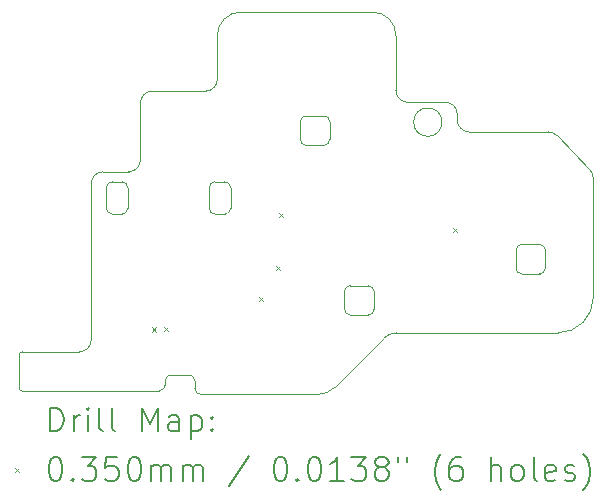
<source format=gbr>
%TF.GenerationSoftware,KiCad,Pcbnew,8.0.2*%
%TF.CreationDate,2024-08-31T13:36:34-07:00*%
%TF.ProjectId,GCU-ADU,4743552d-4144-4552-9e6b-696361645f70,rev?*%
%TF.SameCoordinates,Original*%
%TF.FileFunction,Drillmap*%
%TF.FilePolarity,Positive*%
%FSLAX45Y45*%
G04 Gerber Fmt 4.5, Leading zero omitted, Abs format (unit mm)*
G04 Created by KiCad (PCBNEW 8.0.2) date 2024-08-31 13:36:34*
%MOMM*%
%LPD*%
G01*
G04 APERTURE LIST*
%ADD10C,0.010000*%
%ADD11C,0.200000*%
%ADD12C,0.100000*%
G04 APERTURE END LIST*
D10*
X9207448Y-6553002D02*
X9207447Y-6553002D01*
X8337448Y-6553002D02*
X8337446Y-6553002D01*
X10402500Y-7207602D02*
X10402500Y-7207600D01*
X9978289Y-5970422D02*
X9978287Y-5970422D01*
X9084866Y-8078572D02*
X9084865Y-8078572D01*
X10792660Y-7608150D02*
X10792660Y-7608150D01*
X11177500Y-5823600D02*
G75*
G02*
X10937500Y-5823600I-120000J0D01*
G01*
X10937500Y-5823600D02*
G75*
G02*
X11177500Y-5823600I120000J0D01*
G01*
X9387447Y-6553002D02*
G75*
G02*
X9336740Y-6603004I-50017J10D01*
G01*
X9387447Y-6378363D02*
X9387447Y-6553002D01*
X9337450Y-6328004D02*
G75*
G02*
X9387447Y-6378363I0J-49998D01*
G01*
X9257447Y-6328004D02*
X9337450Y-6328004D01*
X9207447Y-6378002D02*
G75*
G02*
X9257447Y-6328009I49993J0D01*
G01*
X9207447Y-6553002D02*
X9207447Y-6378002D01*
X9257450Y-6603004D02*
G75*
G02*
X9207448Y-6553002I0J50002D01*
G01*
X9336740Y-6603004D02*
X9257450Y-6603004D01*
X8337446Y-6378002D02*
G75*
G02*
X8387446Y-6328009I49993J0D01*
G01*
X8337446Y-6553002D02*
X8337446Y-6378002D01*
X8387450Y-6603004D02*
G75*
G02*
X8337448Y-6553002I0J50002D01*
G01*
X8466740Y-6603004D02*
X8387450Y-6603004D01*
X8517447Y-6553002D02*
G75*
G02*
X8466740Y-6603004I-50017J10D01*
G01*
X8517447Y-6378363D02*
X8517447Y-6553002D01*
X8467450Y-6328004D02*
G75*
G02*
X8517447Y-6378363I0J-49998D01*
G01*
X8387446Y-6328004D02*
X8467450Y-6328004D01*
X12053796Y-7058562D02*
G75*
G02*
X12003796Y-7108558I-49996J0D01*
G01*
X11853810Y-7108560D02*
X12003796Y-7108560D01*
X11853810Y-7108560D02*
G75*
G02*
X11803796Y-7059184I0J50018D01*
G01*
X11803796Y-6908562D02*
X11803796Y-7059184D01*
X11803796Y-6908562D02*
G75*
G02*
X11853352Y-6858560I50004J0D01*
G01*
X12003800Y-6858560D02*
X11853352Y-6858560D01*
X12003800Y-6858560D02*
G75*
G02*
X12053792Y-6908560I0J-49992D01*
G01*
X12053796Y-7058562D02*
X12053796Y-6908560D01*
X10178290Y-5770422D02*
G75*
G02*
X10228287Y-5819964I0J-50000D01*
G01*
X10228287Y-5970422D02*
X10228287Y-5819964D01*
X10228287Y-5970422D02*
G75*
G02*
X10179116Y-6020422I-50018J10D01*
G01*
X10028290Y-6020422D02*
X10179116Y-6020422D01*
X10028290Y-6020422D02*
G75*
G02*
X9978289Y-5970422I0J50000D01*
G01*
X9978287Y-5820422D02*
X9978287Y-5970422D01*
X9978287Y-5820422D02*
G75*
G02*
X10027751Y-5770422I50003J0D01*
G01*
X10178290Y-5770422D02*
X10027751Y-5770422D01*
X10602500Y-7407602D02*
G75*
G02*
X10552969Y-7457600I-50000J0D01*
G01*
X10402500Y-7457600D02*
X10552969Y-7457600D01*
X10402500Y-7457600D02*
G75*
G02*
X10352502Y-7407600I0J49998D01*
G01*
X10352500Y-7257602D02*
X10352500Y-7407600D01*
X10352500Y-7257602D02*
G75*
G02*
X10402500Y-7207602I50000J0D01*
G01*
X10552500Y-7207600D02*
X10402500Y-7207600D01*
X10552500Y-7207600D02*
G75*
G02*
X10602500Y-7257144I0J-50002D01*
G01*
X10602500Y-7407602D02*
X10602500Y-7257144D01*
X8208701Y-7667584D02*
G75*
G02*
X8108701Y-7767579I-99995J0D01*
G01*
X7756874Y-7767580D02*
X8108701Y-7767580D01*
X7624298Y-7767580D02*
X7756874Y-7767580D01*
X7598874Y-7792592D02*
G75*
G02*
X7624298Y-7767580I25016J0D01*
G01*
X7598874Y-8072266D02*
X7598874Y-7792592D01*
X7623870Y-8097580D02*
G75*
G02*
X7598874Y-8072266I0J24998D01*
G01*
X7756874Y-8097580D02*
X7623870Y-8097580D01*
X8784865Y-8097580D02*
X7756874Y-8097580D01*
X8834865Y-8047582D02*
G75*
G02*
X8784865Y-8097578I-49996J0D01*
G01*
X8834865Y-8013412D02*
X8834865Y-8047582D01*
X8834865Y-8013412D02*
G75*
G02*
X8884865Y-7963418I49994J0D01*
G01*
X9034870Y-7963414D02*
X8884865Y-7963414D01*
X9034870Y-7963414D02*
G75*
G02*
X9084865Y-8012902I0J-49998D01*
G01*
X9084865Y-8078572D02*
X9084865Y-8012902D01*
X9134870Y-8128576D02*
G75*
G02*
X9084866Y-8078572I0J50004D01*
G01*
X10126312Y-8128576D02*
X9134870Y-8128576D01*
X10268682Y-8069995D02*
G75*
G02*
X10126312Y-8128573I-141433J141443D01*
G01*
X10686592Y-7652085D02*
X10268682Y-8069995D01*
X10686592Y-7652085D02*
G75*
G02*
X10792660Y-7608150I106067J-106067D01*
G01*
X12159140Y-7608150D02*
X10792660Y-7608150D01*
X12459133Y-7308156D02*
G75*
G02*
X12159140Y-7608149I-299993J0D01*
G01*
X12459133Y-6297786D02*
X12459133Y-7308156D01*
X12430920Y-6227271D02*
G75*
G02*
X12459132Y-6297786I-71810J-69631D01*
G01*
X12149070Y-5936681D02*
X12430920Y-6227271D01*
X12076890Y-5905895D02*
G75*
G02*
X12149072Y-5936679I0J-100017D01*
G01*
X11407610Y-5905895D02*
X12076890Y-5905895D01*
X11407610Y-5905895D02*
G75*
G02*
X11307608Y-5806266I0J100003D01*
G01*
X11307608Y-5755962D02*
X11307608Y-5806266D01*
X11207610Y-5655563D02*
G75*
G02*
X11307608Y-5755962I0J-99999D01*
G01*
X10888500Y-5655563D02*
X11207610Y-5655563D01*
X10888500Y-5655563D02*
G75*
G02*
X10788499Y-5555562I0J100001D01*
G01*
X10788499Y-5091392D02*
X10788499Y-5555562D01*
X10588500Y-4891393D02*
G75*
G02*
X10788499Y-5091392I0J-199999D01*
G01*
X9476718Y-4891393D02*
X10588500Y-4891393D01*
X9275969Y-5091392D02*
G75*
G02*
X9476718Y-4891393I200001J0D01*
G01*
X9275969Y-5460702D02*
X9275969Y-5091392D01*
X9275969Y-5460702D02*
G75*
G02*
X9176394Y-5560701I-100000J0D01*
G01*
X8725600Y-5560701D02*
X9176394Y-5560701D01*
X8625107Y-5660702D02*
G75*
G02*
X8725600Y-5560701I100003J0D01*
G01*
X8625107Y-6143022D02*
X8625107Y-5660702D01*
X8625107Y-6143022D02*
G75*
G02*
X8525107Y-6243019I-99997J0D01*
G01*
X8308701Y-6243021D02*
X8525107Y-6243021D01*
X8208701Y-6343022D02*
G75*
G02*
X8308701Y-6243023I99999J0D01*
G01*
X8208701Y-7667584D02*
X8208701Y-6343022D01*
D11*
D12*
X8720100Y-7561860D02*
X8755100Y-7596860D01*
X8755100Y-7561860D02*
X8720100Y-7596860D01*
X8824240Y-7559320D02*
X8859240Y-7594320D01*
X8859240Y-7559320D02*
X8824240Y-7594320D01*
X9626880Y-7305320D02*
X9661880Y-7340320D01*
X9661880Y-7305320D02*
X9626880Y-7340320D01*
X9771660Y-7043700D02*
X9806660Y-7078700D01*
X9806660Y-7043700D02*
X9771660Y-7078700D01*
X9794520Y-6591580D02*
X9829520Y-6626580D01*
X9829520Y-6591580D02*
X9794520Y-6626580D01*
X11267720Y-6716040D02*
X11302720Y-6751040D01*
X11302720Y-6716040D02*
X11267720Y-6751040D01*
D11*
X7859149Y-8440560D02*
X7859149Y-8240560D01*
X7859149Y-8240560D02*
X7906768Y-8240560D01*
X7906768Y-8240560D02*
X7935339Y-8250083D01*
X7935339Y-8250083D02*
X7954387Y-8269131D01*
X7954387Y-8269131D02*
X7963911Y-8288179D01*
X7963911Y-8288179D02*
X7973434Y-8326274D01*
X7973434Y-8326274D02*
X7973434Y-8354845D01*
X7973434Y-8354845D02*
X7963911Y-8392941D01*
X7963911Y-8392941D02*
X7954387Y-8411988D01*
X7954387Y-8411988D02*
X7935339Y-8431036D01*
X7935339Y-8431036D02*
X7906768Y-8440560D01*
X7906768Y-8440560D02*
X7859149Y-8440560D01*
X8059149Y-8440560D02*
X8059149Y-8307226D01*
X8059149Y-8345321D02*
X8068672Y-8326274D01*
X8068672Y-8326274D02*
X8078196Y-8316750D01*
X8078196Y-8316750D02*
X8097244Y-8307226D01*
X8097244Y-8307226D02*
X8116292Y-8307226D01*
X8182958Y-8440560D02*
X8182958Y-8307226D01*
X8182958Y-8240560D02*
X8173434Y-8250083D01*
X8173434Y-8250083D02*
X8182958Y-8259607D01*
X8182958Y-8259607D02*
X8192482Y-8250083D01*
X8192482Y-8250083D02*
X8182958Y-8240560D01*
X8182958Y-8240560D02*
X8182958Y-8259607D01*
X8306768Y-8440560D02*
X8287720Y-8431036D01*
X8287720Y-8431036D02*
X8278196Y-8411988D01*
X8278196Y-8411988D02*
X8278196Y-8240560D01*
X8411530Y-8440560D02*
X8392482Y-8431036D01*
X8392482Y-8431036D02*
X8382958Y-8411988D01*
X8382958Y-8411988D02*
X8382958Y-8240560D01*
X8640101Y-8440560D02*
X8640101Y-8240560D01*
X8640101Y-8240560D02*
X8706768Y-8383417D01*
X8706768Y-8383417D02*
X8773434Y-8240560D01*
X8773434Y-8240560D02*
X8773434Y-8440560D01*
X8954387Y-8440560D02*
X8954387Y-8335798D01*
X8954387Y-8335798D02*
X8944863Y-8316750D01*
X8944863Y-8316750D02*
X8925815Y-8307226D01*
X8925815Y-8307226D02*
X8887720Y-8307226D01*
X8887720Y-8307226D02*
X8868673Y-8316750D01*
X8954387Y-8431036D02*
X8935339Y-8440560D01*
X8935339Y-8440560D02*
X8887720Y-8440560D01*
X8887720Y-8440560D02*
X8868673Y-8431036D01*
X8868673Y-8431036D02*
X8859149Y-8411988D01*
X8859149Y-8411988D02*
X8859149Y-8392941D01*
X8859149Y-8392941D02*
X8868673Y-8373893D01*
X8868673Y-8373893D02*
X8887720Y-8364369D01*
X8887720Y-8364369D02*
X8935339Y-8364369D01*
X8935339Y-8364369D02*
X8954387Y-8354845D01*
X9049625Y-8307226D02*
X9049625Y-8507226D01*
X9049625Y-8316750D02*
X9068673Y-8307226D01*
X9068673Y-8307226D02*
X9106768Y-8307226D01*
X9106768Y-8307226D02*
X9125815Y-8316750D01*
X9125815Y-8316750D02*
X9135339Y-8326274D01*
X9135339Y-8326274D02*
X9144863Y-8345321D01*
X9144863Y-8345321D02*
X9144863Y-8402464D01*
X9144863Y-8402464D02*
X9135339Y-8421512D01*
X9135339Y-8421512D02*
X9125815Y-8431036D01*
X9125815Y-8431036D02*
X9106768Y-8440560D01*
X9106768Y-8440560D02*
X9068673Y-8440560D01*
X9068673Y-8440560D02*
X9049625Y-8431036D01*
X9230577Y-8421512D02*
X9240101Y-8431036D01*
X9240101Y-8431036D02*
X9230577Y-8440560D01*
X9230577Y-8440560D02*
X9221054Y-8431036D01*
X9221054Y-8431036D02*
X9230577Y-8421512D01*
X9230577Y-8421512D02*
X9230577Y-8440560D01*
X9230577Y-8316750D02*
X9240101Y-8326274D01*
X9240101Y-8326274D02*
X9230577Y-8335798D01*
X9230577Y-8335798D02*
X9221054Y-8326274D01*
X9221054Y-8326274D02*
X9230577Y-8316750D01*
X9230577Y-8316750D02*
X9230577Y-8335798D01*
D12*
X7563372Y-8751576D02*
X7598372Y-8786576D01*
X7598372Y-8751576D02*
X7563372Y-8786576D01*
D11*
X7897244Y-8660560D02*
X7916292Y-8660560D01*
X7916292Y-8660560D02*
X7935339Y-8670083D01*
X7935339Y-8670083D02*
X7944863Y-8679607D01*
X7944863Y-8679607D02*
X7954387Y-8698655D01*
X7954387Y-8698655D02*
X7963911Y-8736750D01*
X7963911Y-8736750D02*
X7963911Y-8784369D01*
X7963911Y-8784369D02*
X7954387Y-8822464D01*
X7954387Y-8822464D02*
X7944863Y-8841512D01*
X7944863Y-8841512D02*
X7935339Y-8851036D01*
X7935339Y-8851036D02*
X7916292Y-8860560D01*
X7916292Y-8860560D02*
X7897244Y-8860560D01*
X7897244Y-8860560D02*
X7878196Y-8851036D01*
X7878196Y-8851036D02*
X7868672Y-8841512D01*
X7868672Y-8841512D02*
X7859149Y-8822464D01*
X7859149Y-8822464D02*
X7849625Y-8784369D01*
X7849625Y-8784369D02*
X7849625Y-8736750D01*
X7849625Y-8736750D02*
X7859149Y-8698655D01*
X7859149Y-8698655D02*
X7868672Y-8679607D01*
X7868672Y-8679607D02*
X7878196Y-8670083D01*
X7878196Y-8670083D02*
X7897244Y-8660560D01*
X8049625Y-8841512D02*
X8059149Y-8851036D01*
X8059149Y-8851036D02*
X8049625Y-8860560D01*
X8049625Y-8860560D02*
X8040101Y-8851036D01*
X8040101Y-8851036D02*
X8049625Y-8841512D01*
X8049625Y-8841512D02*
X8049625Y-8860560D01*
X8125815Y-8660560D02*
X8249625Y-8660560D01*
X8249625Y-8660560D02*
X8182958Y-8736750D01*
X8182958Y-8736750D02*
X8211530Y-8736750D01*
X8211530Y-8736750D02*
X8230577Y-8746274D01*
X8230577Y-8746274D02*
X8240101Y-8755798D01*
X8240101Y-8755798D02*
X8249625Y-8774845D01*
X8249625Y-8774845D02*
X8249625Y-8822464D01*
X8249625Y-8822464D02*
X8240101Y-8841512D01*
X8240101Y-8841512D02*
X8230577Y-8851036D01*
X8230577Y-8851036D02*
X8211530Y-8860560D01*
X8211530Y-8860560D02*
X8154387Y-8860560D01*
X8154387Y-8860560D02*
X8135339Y-8851036D01*
X8135339Y-8851036D02*
X8125815Y-8841512D01*
X8430577Y-8660560D02*
X8335339Y-8660560D01*
X8335339Y-8660560D02*
X8325815Y-8755798D01*
X8325815Y-8755798D02*
X8335339Y-8746274D01*
X8335339Y-8746274D02*
X8354387Y-8736750D01*
X8354387Y-8736750D02*
X8402006Y-8736750D01*
X8402006Y-8736750D02*
X8421054Y-8746274D01*
X8421054Y-8746274D02*
X8430577Y-8755798D01*
X8430577Y-8755798D02*
X8440101Y-8774845D01*
X8440101Y-8774845D02*
X8440101Y-8822464D01*
X8440101Y-8822464D02*
X8430577Y-8841512D01*
X8430577Y-8841512D02*
X8421054Y-8851036D01*
X8421054Y-8851036D02*
X8402006Y-8860560D01*
X8402006Y-8860560D02*
X8354387Y-8860560D01*
X8354387Y-8860560D02*
X8335339Y-8851036D01*
X8335339Y-8851036D02*
X8325815Y-8841512D01*
X8563911Y-8660560D02*
X8582958Y-8660560D01*
X8582958Y-8660560D02*
X8602006Y-8670083D01*
X8602006Y-8670083D02*
X8611530Y-8679607D01*
X8611530Y-8679607D02*
X8621054Y-8698655D01*
X8621054Y-8698655D02*
X8630577Y-8736750D01*
X8630577Y-8736750D02*
X8630577Y-8784369D01*
X8630577Y-8784369D02*
X8621054Y-8822464D01*
X8621054Y-8822464D02*
X8611530Y-8841512D01*
X8611530Y-8841512D02*
X8602006Y-8851036D01*
X8602006Y-8851036D02*
X8582958Y-8860560D01*
X8582958Y-8860560D02*
X8563911Y-8860560D01*
X8563911Y-8860560D02*
X8544863Y-8851036D01*
X8544863Y-8851036D02*
X8535339Y-8841512D01*
X8535339Y-8841512D02*
X8525815Y-8822464D01*
X8525815Y-8822464D02*
X8516292Y-8784369D01*
X8516292Y-8784369D02*
X8516292Y-8736750D01*
X8516292Y-8736750D02*
X8525815Y-8698655D01*
X8525815Y-8698655D02*
X8535339Y-8679607D01*
X8535339Y-8679607D02*
X8544863Y-8670083D01*
X8544863Y-8670083D02*
X8563911Y-8660560D01*
X8716292Y-8860560D02*
X8716292Y-8727226D01*
X8716292Y-8746274D02*
X8725815Y-8736750D01*
X8725815Y-8736750D02*
X8744863Y-8727226D01*
X8744863Y-8727226D02*
X8773435Y-8727226D01*
X8773435Y-8727226D02*
X8792482Y-8736750D01*
X8792482Y-8736750D02*
X8802006Y-8755798D01*
X8802006Y-8755798D02*
X8802006Y-8860560D01*
X8802006Y-8755798D02*
X8811530Y-8736750D01*
X8811530Y-8736750D02*
X8830577Y-8727226D01*
X8830577Y-8727226D02*
X8859149Y-8727226D01*
X8859149Y-8727226D02*
X8878196Y-8736750D01*
X8878196Y-8736750D02*
X8887720Y-8755798D01*
X8887720Y-8755798D02*
X8887720Y-8860560D01*
X8982958Y-8860560D02*
X8982958Y-8727226D01*
X8982958Y-8746274D02*
X8992482Y-8736750D01*
X8992482Y-8736750D02*
X9011530Y-8727226D01*
X9011530Y-8727226D02*
X9040101Y-8727226D01*
X9040101Y-8727226D02*
X9059149Y-8736750D01*
X9059149Y-8736750D02*
X9068673Y-8755798D01*
X9068673Y-8755798D02*
X9068673Y-8860560D01*
X9068673Y-8755798D02*
X9078196Y-8736750D01*
X9078196Y-8736750D02*
X9097244Y-8727226D01*
X9097244Y-8727226D02*
X9125815Y-8727226D01*
X9125815Y-8727226D02*
X9144863Y-8736750D01*
X9144863Y-8736750D02*
X9154387Y-8755798D01*
X9154387Y-8755798D02*
X9154387Y-8860560D01*
X9544863Y-8651036D02*
X9373435Y-8908179D01*
X9802006Y-8660560D02*
X9821054Y-8660560D01*
X9821054Y-8660560D02*
X9840101Y-8670083D01*
X9840101Y-8670083D02*
X9849625Y-8679607D01*
X9849625Y-8679607D02*
X9859149Y-8698655D01*
X9859149Y-8698655D02*
X9868673Y-8736750D01*
X9868673Y-8736750D02*
X9868673Y-8784369D01*
X9868673Y-8784369D02*
X9859149Y-8822464D01*
X9859149Y-8822464D02*
X9849625Y-8841512D01*
X9849625Y-8841512D02*
X9840101Y-8851036D01*
X9840101Y-8851036D02*
X9821054Y-8860560D01*
X9821054Y-8860560D02*
X9802006Y-8860560D01*
X9802006Y-8860560D02*
X9782958Y-8851036D01*
X9782958Y-8851036D02*
X9773435Y-8841512D01*
X9773435Y-8841512D02*
X9763911Y-8822464D01*
X9763911Y-8822464D02*
X9754387Y-8784369D01*
X9754387Y-8784369D02*
X9754387Y-8736750D01*
X9754387Y-8736750D02*
X9763911Y-8698655D01*
X9763911Y-8698655D02*
X9773435Y-8679607D01*
X9773435Y-8679607D02*
X9782958Y-8670083D01*
X9782958Y-8670083D02*
X9802006Y-8660560D01*
X9954387Y-8841512D02*
X9963911Y-8851036D01*
X9963911Y-8851036D02*
X9954387Y-8860560D01*
X9954387Y-8860560D02*
X9944863Y-8851036D01*
X9944863Y-8851036D02*
X9954387Y-8841512D01*
X9954387Y-8841512D02*
X9954387Y-8860560D01*
X10087720Y-8660560D02*
X10106768Y-8660560D01*
X10106768Y-8660560D02*
X10125816Y-8670083D01*
X10125816Y-8670083D02*
X10135339Y-8679607D01*
X10135339Y-8679607D02*
X10144863Y-8698655D01*
X10144863Y-8698655D02*
X10154387Y-8736750D01*
X10154387Y-8736750D02*
X10154387Y-8784369D01*
X10154387Y-8784369D02*
X10144863Y-8822464D01*
X10144863Y-8822464D02*
X10135339Y-8841512D01*
X10135339Y-8841512D02*
X10125816Y-8851036D01*
X10125816Y-8851036D02*
X10106768Y-8860560D01*
X10106768Y-8860560D02*
X10087720Y-8860560D01*
X10087720Y-8860560D02*
X10068673Y-8851036D01*
X10068673Y-8851036D02*
X10059149Y-8841512D01*
X10059149Y-8841512D02*
X10049625Y-8822464D01*
X10049625Y-8822464D02*
X10040101Y-8784369D01*
X10040101Y-8784369D02*
X10040101Y-8736750D01*
X10040101Y-8736750D02*
X10049625Y-8698655D01*
X10049625Y-8698655D02*
X10059149Y-8679607D01*
X10059149Y-8679607D02*
X10068673Y-8670083D01*
X10068673Y-8670083D02*
X10087720Y-8660560D01*
X10344863Y-8860560D02*
X10230578Y-8860560D01*
X10287720Y-8860560D02*
X10287720Y-8660560D01*
X10287720Y-8660560D02*
X10268673Y-8689131D01*
X10268673Y-8689131D02*
X10249625Y-8708179D01*
X10249625Y-8708179D02*
X10230578Y-8717702D01*
X10411530Y-8660560D02*
X10535339Y-8660560D01*
X10535339Y-8660560D02*
X10468673Y-8736750D01*
X10468673Y-8736750D02*
X10497244Y-8736750D01*
X10497244Y-8736750D02*
X10516292Y-8746274D01*
X10516292Y-8746274D02*
X10525816Y-8755798D01*
X10525816Y-8755798D02*
X10535339Y-8774845D01*
X10535339Y-8774845D02*
X10535339Y-8822464D01*
X10535339Y-8822464D02*
X10525816Y-8841512D01*
X10525816Y-8841512D02*
X10516292Y-8851036D01*
X10516292Y-8851036D02*
X10497244Y-8860560D01*
X10497244Y-8860560D02*
X10440101Y-8860560D01*
X10440101Y-8860560D02*
X10421054Y-8851036D01*
X10421054Y-8851036D02*
X10411530Y-8841512D01*
X10649625Y-8746274D02*
X10630578Y-8736750D01*
X10630578Y-8736750D02*
X10621054Y-8727226D01*
X10621054Y-8727226D02*
X10611530Y-8708179D01*
X10611530Y-8708179D02*
X10611530Y-8698655D01*
X10611530Y-8698655D02*
X10621054Y-8679607D01*
X10621054Y-8679607D02*
X10630578Y-8670083D01*
X10630578Y-8670083D02*
X10649625Y-8660560D01*
X10649625Y-8660560D02*
X10687720Y-8660560D01*
X10687720Y-8660560D02*
X10706768Y-8670083D01*
X10706768Y-8670083D02*
X10716292Y-8679607D01*
X10716292Y-8679607D02*
X10725816Y-8698655D01*
X10725816Y-8698655D02*
X10725816Y-8708179D01*
X10725816Y-8708179D02*
X10716292Y-8727226D01*
X10716292Y-8727226D02*
X10706768Y-8736750D01*
X10706768Y-8736750D02*
X10687720Y-8746274D01*
X10687720Y-8746274D02*
X10649625Y-8746274D01*
X10649625Y-8746274D02*
X10630578Y-8755798D01*
X10630578Y-8755798D02*
X10621054Y-8765322D01*
X10621054Y-8765322D02*
X10611530Y-8784369D01*
X10611530Y-8784369D02*
X10611530Y-8822464D01*
X10611530Y-8822464D02*
X10621054Y-8841512D01*
X10621054Y-8841512D02*
X10630578Y-8851036D01*
X10630578Y-8851036D02*
X10649625Y-8860560D01*
X10649625Y-8860560D02*
X10687720Y-8860560D01*
X10687720Y-8860560D02*
X10706768Y-8851036D01*
X10706768Y-8851036D02*
X10716292Y-8841512D01*
X10716292Y-8841512D02*
X10725816Y-8822464D01*
X10725816Y-8822464D02*
X10725816Y-8784369D01*
X10725816Y-8784369D02*
X10716292Y-8765322D01*
X10716292Y-8765322D02*
X10706768Y-8755798D01*
X10706768Y-8755798D02*
X10687720Y-8746274D01*
X10802006Y-8660560D02*
X10802006Y-8698655D01*
X10878197Y-8660560D02*
X10878197Y-8698655D01*
X11173435Y-8936750D02*
X11163911Y-8927226D01*
X11163911Y-8927226D02*
X11144863Y-8898655D01*
X11144863Y-8898655D02*
X11135340Y-8879607D01*
X11135340Y-8879607D02*
X11125816Y-8851036D01*
X11125816Y-8851036D02*
X11116292Y-8803417D01*
X11116292Y-8803417D02*
X11116292Y-8765322D01*
X11116292Y-8765322D02*
X11125816Y-8717702D01*
X11125816Y-8717702D02*
X11135340Y-8689131D01*
X11135340Y-8689131D02*
X11144863Y-8670083D01*
X11144863Y-8670083D02*
X11163911Y-8641512D01*
X11163911Y-8641512D02*
X11173435Y-8631988D01*
X11335339Y-8660560D02*
X11297244Y-8660560D01*
X11297244Y-8660560D02*
X11278197Y-8670083D01*
X11278197Y-8670083D02*
X11268673Y-8679607D01*
X11268673Y-8679607D02*
X11249625Y-8708179D01*
X11249625Y-8708179D02*
X11240101Y-8746274D01*
X11240101Y-8746274D02*
X11240101Y-8822464D01*
X11240101Y-8822464D02*
X11249625Y-8841512D01*
X11249625Y-8841512D02*
X11259149Y-8851036D01*
X11259149Y-8851036D02*
X11278197Y-8860560D01*
X11278197Y-8860560D02*
X11316292Y-8860560D01*
X11316292Y-8860560D02*
X11335339Y-8851036D01*
X11335339Y-8851036D02*
X11344863Y-8841512D01*
X11344863Y-8841512D02*
X11354387Y-8822464D01*
X11354387Y-8822464D02*
X11354387Y-8774845D01*
X11354387Y-8774845D02*
X11344863Y-8755798D01*
X11344863Y-8755798D02*
X11335339Y-8746274D01*
X11335339Y-8746274D02*
X11316292Y-8736750D01*
X11316292Y-8736750D02*
X11278197Y-8736750D01*
X11278197Y-8736750D02*
X11259149Y-8746274D01*
X11259149Y-8746274D02*
X11249625Y-8755798D01*
X11249625Y-8755798D02*
X11240101Y-8774845D01*
X11592482Y-8860560D02*
X11592482Y-8660560D01*
X11678197Y-8860560D02*
X11678197Y-8755798D01*
X11678197Y-8755798D02*
X11668673Y-8736750D01*
X11668673Y-8736750D02*
X11649625Y-8727226D01*
X11649625Y-8727226D02*
X11621054Y-8727226D01*
X11621054Y-8727226D02*
X11602006Y-8736750D01*
X11602006Y-8736750D02*
X11592482Y-8746274D01*
X11802006Y-8860560D02*
X11782959Y-8851036D01*
X11782959Y-8851036D02*
X11773435Y-8841512D01*
X11773435Y-8841512D02*
X11763911Y-8822464D01*
X11763911Y-8822464D02*
X11763911Y-8765322D01*
X11763911Y-8765322D02*
X11773435Y-8746274D01*
X11773435Y-8746274D02*
X11782959Y-8736750D01*
X11782959Y-8736750D02*
X11802006Y-8727226D01*
X11802006Y-8727226D02*
X11830578Y-8727226D01*
X11830578Y-8727226D02*
X11849625Y-8736750D01*
X11849625Y-8736750D02*
X11859149Y-8746274D01*
X11859149Y-8746274D02*
X11868673Y-8765322D01*
X11868673Y-8765322D02*
X11868673Y-8822464D01*
X11868673Y-8822464D02*
X11859149Y-8841512D01*
X11859149Y-8841512D02*
X11849625Y-8851036D01*
X11849625Y-8851036D02*
X11830578Y-8860560D01*
X11830578Y-8860560D02*
X11802006Y-8860560D01*
X11982959Y-8860560D02*
X11963911Y-8851036D01*
X11963911Y-8851036D02*
X11954387Y-8831988D01*
X11954387Y-8831988D02*
X11954387Y-8660560D01*
X12135340Y-8851036D02*
X12116292Y-8860560D01*
X12116292Y-8860560D02*
X12078197Y-8860560D01*
X12078197Y-8860560D02*
X12059149Y-8851036D01*
X12059149Y-8851036D02*
X12049625Y-8831988D01*
X12049625Y-8831988D02*
X12049625Y-8755798D01*
X12049625Y-8755798D02*
X12059149Y-8736750D01*
X12059149Y-8736750D02*
X12078197Y-8727226D01*
X12078197Y-8727226D02*
X12116292Y-8727226D01*
X12116292Y-8727226D02*
X12135340Y-8736750D01*
X12135340Y-8736750D02*
X12144863Y-8755798D01*
X12144863Y-8755798D02*
X12144863Y-8774845D01*
X12144863Y-8774845D02*
X12049625Y-8793893D01*
X12221054Y-8851036D02*
X12240101Y-8860560D01*
X12240101Y-8860560D02*
X12278197Y-8860560D01*
X12278197Y-8860560D02*
X12297244Y-8851036D01*
X12297244Y-8851036D02*
X12306768Y-8831988D01*
X12306768Y-8831988D02*
X12306768Y-8822464D01*
X12306768Y-8822464D02*
X12297244Y-8803417D01*
X12297244Y-8803417D02*
X12278197Y-8793893D01*
X12278197Y-8793893D02*
X12249625Y-8793893D01*
X12249625Y-8793893D02*
X12230578Y-8784369D01*
X12230578Y-8784369D02*
X12221054Y-8765322D01*
X12221054Y-8765322D02*
X12221054Y-8755798D01*
X12221054Y-8755798D02*
X12230578Y-8736750D01*
X12230578Y-8736750D02*
X12249625Y-8727226D01*
X12249625Y-8727226D02*
X12278197Y-8727226D01*
X12278197Y-8727226D02*
X12297244Y-8736750D01*
X12373435Y-8936750D02*
X12382959Y-8927226D01*
X12382959Y-8927226D02*
X12402006Y-8898655D01*
X12402006Y-8898655D02*
X12411530Y-8879607D01*
X12411530Y-8879607D02*
X12421054Y-8851036D01*
X12421054Y-8851036D02*
X12430578Y-8803417D01*
X12430578Y-8803417D02*
X12430578Y-8765322D01*
X12430578Y-8765322D02*
X12421054Y-8717702D01*
X12421054Y-8717702D02*
X12411530Y-8689131D01*
X12411530Y-8689131D02*
X12402006Y-8670083D01*
X12402006Y-8670083D02*
X12382959Y-8641512D01*
X12382959Y-8641512D02*
X12373435Y-8631988D01*
M02*

</source>
